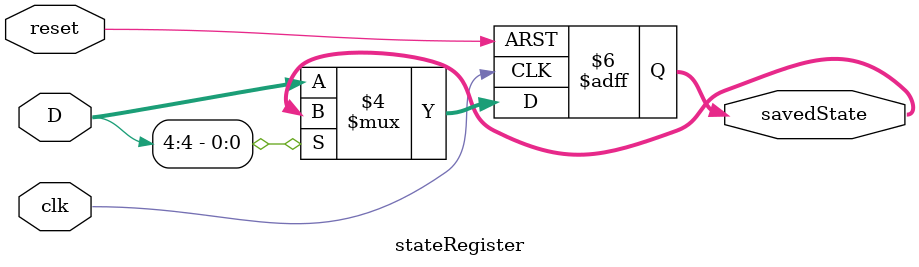
<source format=sv>
`timescale 1ns / 1ps


module stateRegister(
    input clk,
    input reset = 0,
    input [4:0] D,
    output logic [4:0] savedState
    );
    
    always_ff @ (posedge clk, posedge reset)
    begin
        if (reset) // active high reset, sets saved state to FSM start state.
        begin
            savedState = 5'b00000;
        end
        else if (D[4] == 0) // MSB of the input D acts like an active high enable.
        begin
            savedState = D;
        end
    end
    
endmodule
</source>
